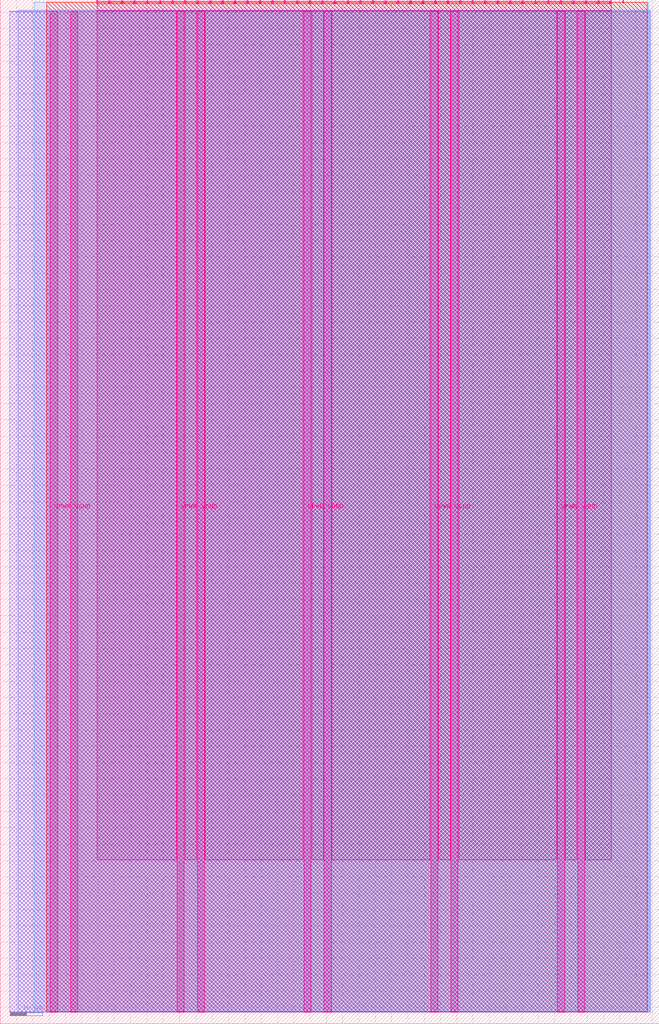
<source format=lef>
VERSION 5.7 ;
  NOWIREEXTENSIONATPIN ON ;
  DIVIDERCHAR "/" ;
  BUSBITCHARS "[]" ;
MACRO tt_um_gus16
  CLASS BLOCK ;
  FOREIGN tt_um_gus16 ;
  ORIGIN 0.000 0.000 ;
  SIZE 202.080 BY 313.740 ;
  PIN VGND
    DIRECTION INOUT ;
    USE GROUND ;
    PORT
      LAYER Metal5 ;
        RECT 21.580 3.560 23.780 310.180 ;
    END
    PORT
      LAYER Metal5 ;
        RECT 60.450 3.560 62.650 310.180 ;
    END
    PORT
      LAYER Metal5 ;
        RECT 99.320 3.560 101.520 310.180 ;
    END
    PORT
      LAYER Metal5 ;
        RECT 138.190 3.560 140.390 310.180 ;
    END
    PORT
      LAYER Metal5 ;
        RECT 177.060 3.560 179.260 310.180 ;
    END
  END VGND
  PIN VPWR
    DIRECTION INOUT ;
    USE POWER ;
    PORT
      LAYER Metal5 ;
        RECT 15.380 3.560 17.580 310.180 ;
    END
    PORT
      LAYER Metal5 ;
        RECT 54.250 3.560 56.450 310.180 ;
    END
    PORT
      LAYER Metal5 ;
        RECT 93.120 3.560 95.320 310.180 ;
    END
    PORT
      LAYER Metal5 ;
        RECT 131.990 3.560 134.190 310.180 ;
    END
    PORT
      LAYER Metal5 ;
        RECT 170.860 3.560 173.060 310.180 ;
    END
  END VPWR
  PIN clk
    DIRECTION INPUT ;
    USE SIGNAL ;
    ANTENNAGATEAREA 0.426400 ;
    PORT
      LAYER Metal5 ;
        RECT 187.050 312.740 187.350 313.740 ;
    END
  END clk
  PIN ena
    DIRECTION INPUT ;
    USE SIGNAL ;
    PORT
      LAYER Metal5 ;
        RECT 190.890 312.740 191.190 313.740 ;
    END
  END ena
  PIN rst_n
    DIRECTION INPUT ;
    USE SIGNAL ;
    ANTENNAGATEAREA 0.629200 ;
    PORT
      LAYER Metal5 ;
        RECT 183.210 312.740 183.510 313.740 ;
    END
  END rst_n
  PIN ui_in[0]
    DIRECTION INPUT ;
    USE SIGNAL ;
    ANTENNAGATEAREA 0.180700 ;
    PORT
      LAYER Metal5 ;
        RECT 179.370 312.740 179.670 313.740 ;
    END
  END ui_in[0]
  PIN ui_in[1]
    DIRECTION INPUT ;
    USE SIGNAL ;
    ANTENNAGATEAREA 0.180700 ;
    PORT
      LAYER Metal5 ;
        RECT 175.530 312.740 175.830 313.740 ;
    END
  END ui_in[1]
  PIN ui_in[2]
    DIRECTION INPUT ;
    USE SIGNAL ;
    ANTENNAGATEAREA 0.180700 ;
    PORT
      LAYER Metal5 ;
        RECT 171.690 312.740 171.990 313.740 ;
    END
  END ui_in[2]
  PIN ui_in[3]
    DIRECTION INPUT ;
    USE SIGNAL ;
    ANTENNAGATEAREA 0.180700 ;
    PORT
      LAYER Metal5 ;
        RECT 167.850 312.740 168.150 313.740 ;
    END
  END ui_in[3]
  PIN ui_in[4]
    DIRECTION INPUT ;
    USE SIGNAL ;
    ANTENNAGATEAREA 0.180700 ;
    PORT
      LAYER Metal5 ;
        RECT 164.010 312.740 164.310 313.740 ;
    END
  END ui_in[4]
  PIN ui_in[5]
    DIRECTION INPUT ;
    USE SIGNAL ;
    ANTENNAGATEAREA 0.180700 ;
    PORT
      LAYER Metal5 ;
        RECT 160.170 312.740 160.470 313.740 ;
    END
  END ui_in[5]
  PIN ui_in[6]
    DIRECTION INPUT ;
    USE SIGNAL ;
    ANTENNAGATEAREA 0.180700 ;
    PORT
      LAYER Metal5 ;
        RECT 156.330 312.740 156.630 313.740 ;
    END
  END ui_in[6]
  PIN ui_in[7]
    DIRECTION INPUT ;
    USE SIGNAL ;
    ANTENNAGATEAREA 0.180700 ;
    PORT
      LAYER Metal5 ;
        RECT 152.490 312.740 152.790 313.740 ;
    END
  END ui_in[7]
  PIN uio_in[0]
    DIRECTION INPUT ;
    USE SIGNAL ;
    ANTENNAGATEAREA 0.180700 ;
    PORT
      LAYER Metal5 ;
        RECT 148.650 312.740 148.950 313.740 ;
    END
  END uio_in[0]
  PIN uio_in[1]
    DIRECTION INPUT ;
    USE SIGNAL ;
    ANTENNAGATEAREA 0.180700 ;
    PORT
      LAYER Metal5 ;
        RECT 144.810 312.740 145.110 313.740 ;
    END
  END uio_in[1]
  PIN uio_in[2]
    DIRECTION INPUT ;
    USE SIGNAL ;
    ANTENNAGATEAREA 0.180700 ;
    PORT
      LAYER Metal5 ;
        RECT 140.970 312.740 141.270 313.740 ;
    END
  END uio_in[2]
  PIN uio_in[3]
    DIRECTION INPUT ;
    USE SIGNAL ;
    ANTENNAGATEAREA 0.180700 ;
    PORT
      LAYER Metal5 ;
        RECT 137.130 312.740 137.430 313.740 ;
    END
  END uio_in[3]
  PIN uio_in[4]
    DIRECTION INPUT ;
    USE SIGNAL ;
    ANTENNAGATEAREA 0.180700 ;
    PORT
      LAYER Metal5 ;
        RECT 133.290 312.740 133.590 313.740 ;
    END
  END uio_in[4]
  PIN uio_in[5]
    DIRECTION INPUT ;
    USE SIGNAL ;
    ANTENNAGATEAREA 0.180700 ;
    PORT
      LAYER Metal5 ;
        RECT 129.450 312.740 129.750 313.740 ;
    END
  END uio_in[5]
  PIN uio_in[6]
    DIRECTION INPUT ;
    USE SIGNAL ;
    ANTENNAGATEAREA 0.180700 ;
    PORT
      LAYER Metal5 ;
        RECT 125.610 312.740 125.910 313.740 ;
    END
  END uio_in[6]
  PIN uio_in[7]
    DIRECTION INPUT ;
    USE SIGNAL ;
    ANTENNAGATEAREA 0.180700 ;
    PORT
      LAYER Metal5 ;
        RECT 121.770 312.740 122.070 313.740 ;
    END
  END uio_in[7]
  PIN uio_oe[0]
    DIRECTION OUTPUT ;
    USE SIGNAL ;
    ANTENNADIFFAREA 0.654800 ;
    PORT
      LAYER Metal5 ;
        RECT 56.490 312.740 56.790 313.740 ;
    END
  END uio_oe[0]
  PIN uio_oe[1]
    DIRECTION OUTPUT ;
    USE SIGNAL ;
    ANTENNADIFFAREA 0.654800 ;
    PORT
      LAYER Metal5 ;
        RECT 52.650 312.740 52.950 313.740 ;
    END
  END uio_oe[1]
  PIN uio_oe[2]
    DIRECTION OUTPUT ;
    USE SIGNAL ;
    ANTENNADIFFAREA 0.654800 ;
    PORT
      LAYER Metal5 ;
        RECT 48.810 312.740 49.110 313.740 ;
    END
  END uio_oe[2]
  PIN uio_oe[3]
    DIRECTION OUTPUT ;
    USE SIGNAL ;
    ANTENNADIFFAREA 0.706800 ;
    PORT
      LAYER Metal5 ;
        RECT 44.970 312.740 45.270 313.740 ;
    END
  END uio_oe[3]
  PIN uio_oe[4]
    DIRECTION OUTPUT ;
    USE SIGNAL ;
    ANTENNADIFFAREA 0.706800 ;
    PORT
      LAYER Metal5 ;
        RECT 41.130 312.740 41.430 313.740 ;
    END
  END uio_oe[4]
  PIN uio_oe[5]
    DIRECTION OUTPUT ;
    USE SIGNAL ;
    ANTENNADIFFAREA 0.706800 ;
    PORT
      LAYER Metal5 ;
        RECT 37.290 312.740 37.590 313.740 ;
    END
  END uio_oe[5]
  PIN uio_oe[6]
    DIRECTION OUTPUT ;
    USE SIGNAL ;
    ANTENNADIFFAREA 0.706800 ;
    PORT
      LAYER Metal5 ;
        RECT 33.450 312.740 33.750 313.740 ;
    END
  END uio_oe[6]
  PIN uio_oe[7]
    DIRECTION OUTPUT ;
    USE SIGNAL ;
    ANTENNADIFFAREA 0.706800 ;
    PORT
      LAYER Metal5 ;
        RECT 29.610 312.740 29.910 313.740 ;
    END
  END uio_oe[7]
  PIN uio_out[0]
    DIRECTION OUTPUT ;
    USE SIGNAL ;
    ANTENNADIFFAREA 0.958400 ;
    PORT
      LAYER Metal5 ;
        RECT 87.210 312.740 87.510 313.740 ;
    END
  END uio_out[0]
  PIN uio_out[1]
    DIRECTION OUTPUT ;
    USE SIGNAL ;
    ANTENNADIFFAREA 0.677200 ;
    PORT
      LAYER Metal5 ;
        RECT 83.370 312.740 83.670 313.740 ;
    END
  END uio_out[1]
  PIN uio_out[2]
    DIRECTION OUTPUT ;
    USE SIGNAL ;
    ANTENNADIFFAREA 0.677200 ;
    PORT
      LAYER Metal5 ;
        RECT 79.530 312.740 79.830 313.740 ;
    END
  END uio_out[2]
  PIN uio_out[3]
    DIRECTION OUTPUT ;
    USE SIGNAL ;
    ANTENNADIFFAREA 0.958400 ;
    PORT
      LAYER Metal5 ;
        RECT 75.690 312.740 75.990 313.740 ;
    END
  END uio_out[3]
  PIN uio_out[4]
    DIRECTION OUTPUT ;
    USE SIGNAL ;
    ANTENNADIFFAREA 0.677200 ;
    PORT
      LAYER Metal5 ;
        RECT 71.850 312.740 72.150 313.740 ;
    END
  END uio_out[4]
  PIN uio_out[5]
    DIRECTION OUTPUT ;
    USE SIGNAL ;
    ANTENNADIFFAREA 0.712400 ;
    PORT
      LAYER Metal5 ;
        RECT 68.010 312.740 68.310 313.740 ;
    END
  END uio_out[5]
  PIN uio_out[6]
    DIRECTION OUTPUT ;
    USE SIGNAL ;
    ANTENNADIFFAREA 0.677200 ;
    PORT
      LAYER Metal5 ;
        RECT 64.170 312.740 64.470 313.740 ;
    END
  END uio_out[6]
  PIN uio_out[7]
    DIRECTION OUTPUT ;
    USE SIGNAL ;
    ANTENNADIFFAREA 0.988000 ;
    PORT
      LAYER Metal5 ;
        RECT 60.330 312.740 60.630 313.740 ;
    END
  END uio_out[7]
  PIN uo_out[0]
    DIRECTION OUTPUT ;
    USE SIGNAL ;
    ANTENNADIFFAREA 0.654800 ;
    PORT
      LAYER Metal5 ;
        RECT 117.930 312.740 118.230 313.740 ;
    END
  END uo_out[0]
  PIN uo_out[1]
    DIRECTION OUTPUT ;
    USE SIGNAL ;
    ANTENNADIFFAREA 0.654800 ;
    PORT
      LAYER Metal5 ;
        RECT 114.090 312.740 114.390 313.740 ;
    END
  END uo_out[1]
  PIN uo_out[2]
    DIRECTION OUTPUT ;
    USE SIGNAL ;
    ANTENNADIFFAREA 0.654800 ;
    PORT
      LAYER Metal5 ;
        RECT 110.250 312.740 110.550 313.740 ;
    END
  END uo_out[2]
  PIN uo_out[3]
    DIRECTION OUTPUT ;
    USE SIGNAL ;
    ANTENNADIFFAREA 0.706800 ;
    PORT
      LAYER Metal5 ;
        RECT 106.410 312.740 106.710 313.740 ;
    END
  END uo_out[3]
  PIN uo_out[4]
    DIRECTION OUTPUT ;
    USE SIGNAL ;
    ANTENNADIFFAREA 0.706800 ;
    PORT
      LAYER Metal5 ;
        RECT 102.570 312.740 102.870 313.740 ;
    END
  END uo_out[4]
  PIN uo_out[5]
    DIRECTION OUTPUT ;
    USE SIGNAL ;
    ANTENNADIFFAREA 0.706800 ;
    PORT
      LAYER Metal5 ;
        RECT 98.730 312.740 99.030 313.740 ;
    END
  END uo_out[5]
  PIN uo_out[6]
    DIRECTION OUTPUT ;
    USE SIGNAL ;
    ANTENNADIFFAREA 0.654800 ;
    PORT
      LAYER Metal5 ;
        RECT 94.890 312.740 95.190 313.740 ;
    END
  END uo_out[6]
  PIN uo_out[7]
    DIRECTION OUTPUT ;
    USE SIGNAL ;
    ANTENNADIFFAREA 0.654800 ;
    PORT
      LAYER Metal5 ;
        RECT 91.050 312.740 91.350 313.740 ;
    END
  END uo_out[7]
  OBS
      LAYER GatPoly ;
        RECT 2.880 3.630 199.200 310.110 ;
      LAYER Metal1 ;
        RECT 2.880 3.560 199.200 310.180 ;
      LAYER Metal2 ;
        RECT 5.570 3.680 199.475 310.480 ;
      LAYER Metal3 ;
        RECT 10.460 3.635 198.820 313.045 ;
      LAYER Metal4 ;
        RECT 14.255 3.680 198.385 313.000 ;
      LAYER Metal5 ;
        RECT 30.120 312.530 33.240 313.340 ;
        RECT 33.960 312.530 37.080 313.340 ;
        RECT 37.800 312.530 40.920 313.340 ;
        RECT 41.640 312.530 44.760 313.340 ;
        RECT 45.480 312.530 48.600 313.340 ;
        RECT 49.320 312.530 52.440 313.340 ;
        RECT 53.160 312.530 56.280 313.340 ;
        RECT 57.000 312.530 60.120 313.340 ;
        RECT 60.840 312.530 63.960 313.340 ;
        RECT 64.680 312.530 67.800 313.340 ;
        RECT 68.520 312.530 71.640 313.340 ;
        RECT 72.360 312.530 75.480 313.340 ;
        RECT 76.200 312.530 79.320 313.340 ;
        RECT 80.040 312.530 83.160 313.340 ;
        RECT 83.880 312.530 87.000 313.340 ;
        RECT 87.720 312.530 90.840 313.340 ;
        RECT 91.560 312.530 94.680 313.340 ;
        RECT 95.400 312.530 98.520 313.340 ;
        RECT 99.240 312.530 102.360 313.340 ;
        RECT 103.080 312.530 106.200 313.340 ;
        RECT 106.920 312.530 110.040 313.340 ;
        RECT 110.760 312.530 113.880 313.340 ;
        RECT 114.600 312.530 117.720 313.340 ;
        RECT 118.440 312.530 121.560 313.340 ;
        RECT 122.280 312.530 125.400 313.340 ;
        RECT 126.120 312.530 129.240 313.340 ;
        RECT 129.960 312.530 133.080 313.340 ;
        RECT 133.800 312.530 136.920 313.340 ;
        RECT 137.640 312.530 140.760 313.340 ;
        RECT 141.480 312.530 144.600 313.340 ;
        RECT 145.320 312.530 148.440 313.340 ;
        RECT 149.160 312.530 152.280 313.340 ;
        RECT 153.000 312.530 156.120 313.340 ;
        RECT 156.840 312.530 159.960 313.340 ;
        RECT 160.680 312.530 163.800 313.340 ;
        RECT 164.520 312.530 167.640 313.340 ;
        RECT 168.360 312.530 171.480 313.340 ;
        RECT 172.200 312.530 175.320 313.340 ;
        RECT 176.040 312.530 179.160 313.340 ;
        RECT 179.880 312.530 183.000 313.340 ;
        RECT 183.720 312.530 186.840 313.340 ;
        RECT 29.660 310.390 187.300 312.530 ;
        RECT 29.660 50.255 54.040 310.390 ;
        RECT 56.660 50.255 60.240 310.390 ;
        RECT 62.860 50.255 92.910 310.390 ;
        RECT 95.530 50.255 99.110 310.390 ;
        RECT 101.730 50.255 131.780 310.390 ;
        RECT 134.400 50.255 137.980 310.390 ;
        RECT 140.600 50.255 170.650 310.390 ;
        RECT 173.270 50.255 176.850 310.390 ;
        RECT 179.470 50.255 187.300 310.390 ;
  END
END tt_um_gus16
END LIBRARY


</source>
